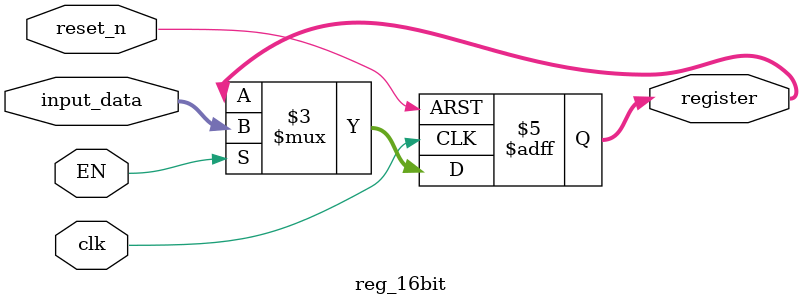
<source format=v>
`default_nettype none

module reg_16bit(
  output reg [15:0] register,
  input wire [15:0] input_data,
  input wire EN,
  input wire clk,
  input wire reset_n
);
  always @(posedge clk, negedge reset_n) begin
    if(!reset_n)
      register <= 16'h0;
    else if(EN)
      register <= input_data;
  end
endmodule

</source>
